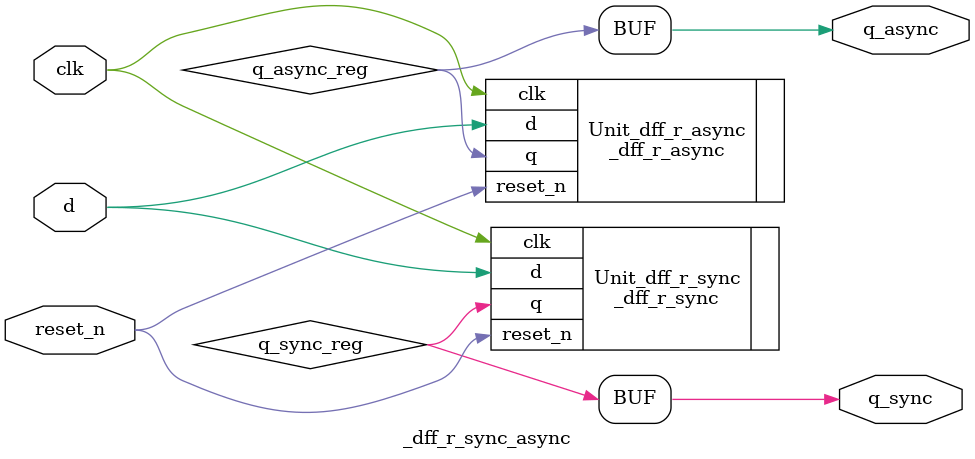
<source format=v>
module _dff_r_sync_async(clk, reset_n, d, q_sync, q_async);
	input clk, reset_n, d;
	output q_sync, q_async;
	wire q_sync_reg, q_async_reg;
	
	// instance dff sync / dff async
	_dff_r_sync Unit_dff_r_sync(.clk(clk), .reset_n(reset_n), .d(d), .q(q_sync_reg));
	_dff_r_async Unit_dff_r_async(.clk(clk), .reset_n(reset_n), .d(d), .q(q_async_reg));
	
	// assign q values
	assign q_sync = q_sync_reg;
	assign q_async = q_async_reg;

endmodule

</source>
